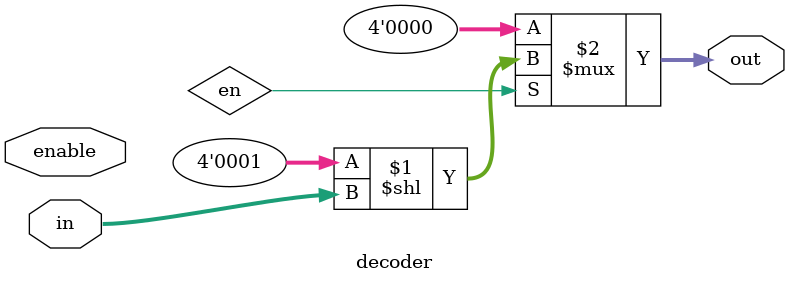
<source format=v>
module decoder(
    input [1:0] in, 
    input enable,
    output [3:0] out 
);
    assign out = en ? (4'b0001 << in) : 4'b0000;
endmodule 
</source>
